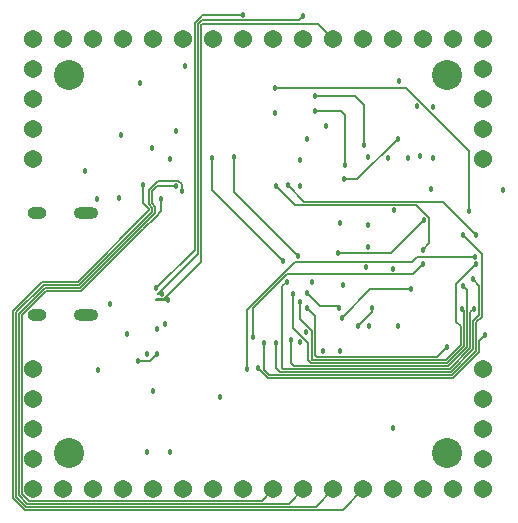
<source format=gbr>
%TF.GenerationSoftware,KiCad,Pcbnew,8.0.6-8.0.6-0~ubuntu24.04.1*%
%TF.CreationDate,2024-10-22T17:04:15-04:00*%
%TF.ProjectId,ta-expt-v2,74612d65-7870-4742-9d76-322e6b696361,rev?*%
%TF.SameCoordinates,Original*%
%TF.FileFunction,Copper,L4,Bot*%
%TF.FilePolarity,Positive*%
%FSLAX46Y46*%
G04 Gerber Fmt 4.6, Leading zero omitted, Abs format (unit mm)*
G04 Created by KiCad (PCBNEW 8.0.6-8.0.6-0~ubuntu24.04.1) date 2024-10-22 17:04:15*
%MOMM*%
%LPD*%
G01*
G04 APERTURE LIST*
%TA.AperFunction,ComponentPad*%
%ADD10O,2.100000X1.000000*%
%TD*%
%TA.AperFunction,ComponentPad*%
%ADD11O,1.600000X1.000000*%
%TD*%
%TA.AperFunction,ComponentPad*%
%ADD12C,1.540000*%
%TD*%
%TA.AperFunction,ComponentPad*%
%ADD13C,2.540000*%
%TD*%
%TA.AperFunction,ViaPad*%
%ADD14C,0.457200*%
%TD*%
%TA.AperFunction,Conductor*%
%ADD15C,0.127000*%
%TD*%
%TA.AperFunction,Conductor*%
%ADD16C,0.203200*%
%TD*%
G04 APERTURE END LIST*
D10*
%TO.P,J3,S1,SHIELD*%
%TO.N,unconnected-(J3-SHIELD-PadS1)*%
X140390000Y-103680000D03*
D11*
X136210000Y-103680000D03*
D10*
X140390000Y-112320000D03*
D11*
X136210000Y-112320000D03*
%TD*%
D12*
%TO.P,J7,1,Pin_1*%
%TO.N,VDD*%
X135950000Y-116890000D03*
%TO.P,J7,2,Pin_2*%
%TO.N,GND*%
X135950000Y-119430000D03*
%TO.P,J7,3,Pin_3*%
%TO.N,/SWDIO*%
X135950000Y-121970000D03*
%TO.P,J7,4,Pin_4*%
%TO.N,/SWCLK*%
X135950000Y-124510000D03*
%TD*%
%TO.P,J8,1,Pin_1*%
%TO.N,unconnected-(J8-Pin_1-Pad1)*%
X135950000Y-127050000D03*
%TO.P,J8,2,Pin_2*%
%TO.N,unconnected-(J8-Pin_2-Pad2)*%
X138490000Y-127050000D03*
%TO.P,J8,3,Pin_3*%
%TO.N,unconnected-(J8-Pin_3-Pad3)*%
X141030000Y-127050000D03*
%TO.P,J8,4,Pin_4*%
%TO.N,unconnected-(J8-Pin_4-Pad4)*%
X143570000Y-127050000D03*
%TO.P,J8,5,Pin_5*%
%TO.N,unconnected-(J8-Pin_5-Pad5)*%
X146110000Y-127050000D03*
%TO.P,J8,6,Pin_6*%
%TO.N,unconnected-(J8-Pin_6-Pad6)*%
X148650000Y-127050000D03*
%TO.P,J8,7,Pin_7*%
%TO.N,unconnected-(J8-Pin_7-Pad7)*%
X151190000Y-127050000D03*
%TO.P,J8,8,Pin_8*%
%TO.N,/BOOT0*%
X153730000Y-127050000D03*
%TO.P,J8,9,Pin_9*%
%TO.N,/LPUART_CTS*%
X156270000Y-127050000D03*
%TO.P,J8,10,Pin_10*%
%TO.N,/LPUART_TX*%
X158810000Y-127050000D03*
%TO.P,J8,11,Pin_11*%
%TO.N,/LPUART_RX*%
X161350000Y-127050000D03*
%TO.P,J8,12,Pin_12*%
%TO.N,/LPUART_RTS*%
X163890000Y-127050000D03*
%TO.P,J8,13,Pin_13*%
%TO.N,unconnected-(J8-Pin_13-Pad13)*%
X166430000Y-127050000D03*
%TO.P,J8,14,Pin_14*%
%TO.N,unconnected-(J8-Pin_14-Pad14)*%
X168970000Y-127050000D03*
%TO.P,J8,15,Pin_15*%
%TO.N,unconnected-(J8-Pin_15-Pad15)*%
X171510000Y-127050000D03*
%TO.P,J8,16,Pin_16*%
%TO.N,unconnected-(J8-Pin_16-Pad16)*%
X174050000Y-127050000D03*
%TD*%
%TO.P,J1,2,Pin_2*%
%TO.N,unconnected-(J1-Pin_2-Pad2)*%
X174050000Y-124510000D03*
%TO.P,J1,3,Pin_3*%
%TO.N,GND*%
X174050000Y-121970000D03*
%TO.P,J1,4,Pin_4*%
%TO.N,unconnected-(J1-Pin_4-Pad4)*%
X174050000Y-119430000D03*
%TO.P,J1,5,Pin_5*%
%TO.N,unconnected-(J1-Pin_5-Pad5)*%
X174050000Y-116890000D03*
%TD*%
%TO.P,J2,1,Pin_1*%
%TO.N,unconnected-(J2-Pin_1-Pad1)*%
X135950000Y-99110000D03*
%TO.P,J2,2,Pin_2*%
%TO.N,GND*%
X135950000Y-96570000D03*
%TO.P,J2,3,Pin_3*%
%TO.N,unconnected-(J2-Pin_3-Pad3)*%
X135950000Y-94030000D03*
%TO.P,J2,4,Pin_4*%
%TO.N,unconnected-(J2-Pin_4-Pad4)*%
X135950000Y-91490000D03*
%TD*%
D13*
%TO.P,J6,1,Pin_1*%
%TO.N,GND*%
X139000000Y-92000000D03*
%TO.P,J6,2,Pin_2*%
X171000000Y-92000000D03*
%TO.P,J6,3,Pin_3*%
X139000000Y-124000000D03*
%TO.P,J6,4,Pin_4*%
X171000000Y-124000000D03*
%TD*%
D12*
%TO.P,J4,2,Pin_2*%
%TO.N,unconnected-(J4-Pin_2-Pad2)*%
X174050000Y-99110000D03*
%TO.P,J4,3,Pin_3*%
%TO.N,unconnected-(J4-Pin_3-Pad3)*%
X174050000Y-96570000D03*
%TO.P,J4,4,Pin_4*%
%TO.N,unconnected-(J4-Pin_4-Pad4)*%
X174050000Y-94030000D03*
%TO.P,J4,5,Pin_5*%
%TO.N,unconnected-(J4-Pin_5-Pad5)*%
X174050000Y-91490000D03*
%TD*%
%TO.P,J9,1,Pin_1*%
%TO.N,unconnected-(J9-Pin_1-Pad1)*%
X135950000Y-88950000D03*
%TO.P,J9,2,Pin_2*%
%TO.N,unconnected-(J9-Pin_2-Pad2)*%
X138490000Y-88950000D03*
%TO.P,J9,3,Pin_3*%
%TO.N,GND*%
X141030000Y-88950000D03*
%TO.P,J9,4,Pin_4*%
%TO.N,unconnected-(J9-Pin_4-Pad4)*%
X143570000Y-88950000D03*
%TO.P,J9,5,Pin_5*%
%TO.N,unconnected-(J9-Pin_5-Pad5)*%
X146110000Y-88950000D03*
%TO.P,J9,6,Pin_6*%
%TO.N,unconnected-(J9-Pin_6-Pad6)*%
X148650000Y-88950000D03*
%TO.P,J9,7,Pin_7*%
%TO.N,/NRST*%
X151190000Y-88950000D03*
%TO.P,J9,8,Pin_8*%
%TO.N,/USART1_CK*%
X153730000Y-88950000D03*
%TO.P,J9,9,Pin_9*%
%TO.N,/USART1_CTS*%
X156270000Y-88950000D03*
%TO.P,J9,10,Pin_10*%
%TO.N,/USART1_TX*%
X158810000Y-88950000D03*
%TO.P,J9,11,Pin_11*%
%TO.N,/USART1_RX*%
X161350000Y-88950000D03*
%TO.P,J9,12,Pin_12*%
%TO.N,/USART1_RTS*%
X163890000Y-88950000D03*
%TO.P,J9,13,Pin_13*%
%TO.N,unconnected-(J9-Pin_13-Pad13)*%
X166430000Y-88950000D03*
%TO.P,J9,14,Pin_14*%
%TO.N,unconnected-(J9-Pin_14-Pad14)*%
X168970000Y-88950000D03*
%TO.P,J9,15,Pin_15*%
%TO.N,unconnected-(J9-Pin_15-Pad15)*%
X171510000Y-88950000D03*
%TO.P,J9,16,Pin_16*%
%TO.N,unconnected-(J9-Pin_16-Pad16)*%
X174050000Y-88950000D03*
%TD*%
D14*
%TO.N,GND*%
X143200000Y-102400000D03*
X169800000Y-98950000D03*
X146100000Y-118700000D03*
X164400000Y-113200000D03*
X175700000Y-101700000D03*
X166450000Y-103400000D03*
X165950000Y-98950000D03*
X142400000Y-111350000D03*
X166400000Y-121850000D03*
X167700000Y-98950000D03*
X140350000Y-100100000D03*
X164300000Y-98900000D03*
X147500000Y-99100000D03*
X166850000Y-113200000D03*
X143350000Y-97000000D03*
X158500000Y-114600000D03*
X161900000Y-104500000D03*
X159500000Y-109500000D03*
X148000000Y-96700000D03*
X161900000Y-115300000D03*
X158500000Y-101350000D03*
X166400000Y-108400000D03*
X146400000Y-113500000D03*
X164250000Y-106500000D03*
X160700000Y-96300000D03*
X151750000Y-119250000D03*
X147500000Y-123900000D03*
X144950000Y-92650000D03*
X145600000Y-123900000D03*
X169800000Y-94650000D03*
X143900000Y-113900000D03*
X164100000Y-108200000D03*
X159100000Y-97400000D03*
X148800000Y-91200000D03*
X141350000Y-102500000D03*
X164250000Y-104700000D03*
%TO.N,/VDD_FILT*%
X160500000Y-115300000D03*
X158500000Y-99150000D03*
X156400000Y-95200000D03*
X169600000Y-101650000D03*
X166900000Y-92500000D03*
X145950000Y-98100000D03*
X141450000Y-116900000D03*
X168400000Y-94600000D03*
X147050000Y-113000000D03*
X159000000Y-113750000D03*
X162150000Y-109750000D03*
X168650000Y-98850000D03*
X145600000Y-115600000D03*
%TO.N,Net-(IC3-PC15-OSC32_OUT)*%
X163400000Y-113200000D03*
X164600000Y-111650000D03*
%TO.N,/NRST*%
X158350000Y-107300000D03*
X152900000Y-98900000D03*
%TO.N,/LDO_OUT*%
X161850000Y-111700000D03*
X151050000Y-98950000D03*
X159150000Y-110400000D03*
X157075000Y-107725000D03*
%TO.N,/USART1_RX*%
X147350000Y-111000000D03*
%TO.N,/I2C3_SDA*%
X173350000Y-107400000D03*
X154000000Y-116850000D03*
%TO.N,/DCMI_VSYNC*%
X155500000Y-114650000D03*
X172350000Y-105500000D03*
%TO.N,/QUADSPI_BK2_IO2*%
X162330500Y-99569500D03*
X159800000Y-95050000D03*
%TO.N,/DCMI_D5*%
X155000000Y-116800000D03*
X174200000Y-114000000D03*
%TO.N,/LPUART_TX*%
X148000000Y-101350000D03*
%TO.N,/DCMI_D8*%
X158500000Y-111150000D03*
X173450000Y-108000000D03*
%TO.N,/LPUART_CTS*%
X146750000Y-102500000D03*
%TO.N,/USART1_TX*%
X146800000Y-110500000D03*
X158800000Y-87000000D03*
%TO.N,/DCMI_D7*%
X157750000Y-114400000D03*
X172300000Y-109800000D03*
%TO.N,/I2C3_SCL*%
X161750000Y-107000000D03*
X169000000Y-104250000D03*
%TO.N,/LPUART_RX*%
X148500000Y-101800000D03*
%TO.N,/Control*%
X172850000Y-103500000D03*
X167900000Y-110100000D03*
X162050000Y-112500000D03*
X156400000Y-93050000D03*
%TO.N,/SWCLK*%
X144800000Y-116150000D03*
X146400000Y-115600000D03*
%TO.N,/DCMI_D9*%
X154550000Y-114150000D03*
X168950000Y-108000000D03*
%TO.N,/USART1_CK*%
X146350000Y-110000000D03*
X153700000Y-86900000D03*
%TO.N,/DCMI_D4*%
X170950000Y-114950000D03*
X159100000Y-111650000D03*
%TO.N,/LPUART_RTS*%
X145250000Y-101300000D03*
%TO.N,/DCMI_PIXCLK*%
X168900000Y-106750000D03*
X156500000Y-101350000D03*
%TO.N,/DCMI_HSYNC*%
X157500000Y-101300000D03*
X173400000Y-105500000D03*
%TO.N,/DCMI_D2*%
X157400000Y-109450000D03*
X173250000Y-111750000D03*
%TO.N,/QUADSPI_BK2_IO1*%
X163950000Y-97850000D03*
X159800000Y-93750000D03*
%TO.N,/QUADSPI_BK1_NCS*%
X162250000Y-100800000D03*
X166800000Y-97350000D03*
%TO.N,/DCMI_D6*%
X156500000Y-114650000D03*
X173150000Y-109250000D03*
%TO.N,/DCMI_D3*%
X157900000Y-110500000D03*
X172200000Y-111750000D03*
%TD*%
D15*
%TO.N,Net-(IC3-PC15-OSC32_OUT)*%
X163400000Y-113200000D02*
X164600000Y-112000000D01*
X164600000Y-112000000D02*
X164600000Y-111650000D01*
%TO.N,/NRST*%
X152900000Y-98900000D02*
X152900000Y-101850000D01*
X152900000Y-101850000D02*
X158350000Y-107300000D01*
%TO.N,/LDO_OUT*%
X161650000Y-111500000D02*
X161800000Y-111650000D01*
X160250000Y-111500000D02*
X161650000Y-111500000D01*
X161800000Y-111650000D02*
X161850000Y-111700000D01*
X159150000Y-110400000D02*
X160250000Y-111500000D01*
X151050000Y-101700000D02*
X157075000Y-107725000D01*
X157075000Y-107725000D02*
X157100000Y-107750000D01*
X151050000Y-98950000D02*
X151050000Y-101700000D01*
%TO.N,/USART1_RX*%
X160009210Y-87609210D02*
X161350000Y-88950000D01*
X147350000Y-111000000D02*
X146367828Y-111000000D01*
X150118500Y-107804462D02*
X150118500Y-87749920D01*
X150259210Y-87609210D02*
X160009210Y-87609210D01*
X146982462Y-110940500D02*
X150118500Y-107804462D01*
X146308328Y-110940500D02*
X146982462Y-110940500D01*
X150118500Y-87749920D02*
X150259210Y-87609210D01*
X146367828Y-111000000D02*
X146308328Y-110940500D01*
%TO.N,/I2C3_SDA*%
X154000000Y-111867828D02*
X155383914Y-110483914D01*
X155383914Y-110483914D02*
X158108328Y-107759500D01*
X158108328Y-107759500D02*
X168040500Y-107759500D01*
X154000000Y-116850000D02*
X154000000Y-111867828D01*
X168040500Y-107759500D02*
X168400000Y-107400000D01*
X168400000Y-107400000D02*
X173350000Y-107400000D01*
%TO.N,/DCMI_VSYNC*%
X155905210Y-117346000D02*
X171394790Y-117346000D01*
X171394790Y-117346000D02*
X173446000Y-115294790D01*
X173446000Y-115294790D02*
X173446000Y-114550000D01*
X173944500Y-112414710D02*
X173944500Y-107094500D01*
X155500000Y-114650000D02*
X155500000Y-116940790D01*
X155500000Y-116940790D02*
X155905210Y-117346000D01*
X173446000Y-114550000D02*
X173446000Y-112913210D01*
X173944500Y-107094500D02*
X172350000Y-105500000D01*
X173446000Y-112913210D02*
X173944500Y-112414710D01*
%TO.N,/QUADSPI_BK2_IO2*%
X162330500Y-99569500D02*
X162330500Y-95380500D01*
X162000000Y-95050000D02*
X159800000Y-95050000D01*
X162330500Y-95380500D02*
X162000000Y-95050000D01*
%TO.N,/DCMI_D5*%
X171500000Y-117600000D02*
X173700000Y-115400000D01*
X155800000Y-117600000D02*
X171500000Y-117600000D01*
X155000000Y-116800000D02*
X155800000Y-117600000D01*
X173700000Y-114500000D02*
X174200000Y-114000000D01*
X173700000Y-115400000D02*
X173700000Y-114500000D01*
%TO.N,/LPUART_TX*%
X146250000Y-103104000D02*
X146250000Y-103640790D01*
X134735500Y-112158776D02*
X134735500Y-127553063D01*
X139920395Y-109970395D02*
X136923881Y-109970395D01*
X145959500Y-102813500D02*
X146250000Y-103104000D01*
X157595500Y-128264500D02*
X158810000Y-127050000D01*
X146427038Y-101350000D02*
X145959500Y-101817538D01*
X134735500Y-127553063D02*
X135446937Y-128264500D01*
X135446937Y-128264500D02*
X157595500Y-128264500D01*
X146250000Y-103640790D02*
X139920395Y-109970395D01*
X148000000Y-101350000D02*
X146427038Y-101350000D01*
X136923881Y-109970395D02*
X134735500Y-112158776D01*
X145959500Y-101817538D02*
X145959500Y-102813500D01*
%TO.N,/DCMI_D8*%
X172147975Y-113238235D02*
X171759500Y-112849760D01*
X172147975Y-114796765D02*
X172147975Y-113238235D01*
X159529605Y-116020395D02*
X159559210Y-116050000D01*
X159529605Y-113656643D02*
X159529605Y-116020395D01*
X159559210Y-116050000D02*
X170894740Y-116050000D01*
X171759500Y-112849760D02*
X171759500Y-109690500D01*
X170894740Y-116050000D02*
X172147975Y-114796765D01*
X158500000Y-111150000D02*
X158500000Y-112627038D01*
X158500000Y-112627038D02*
X159529605Y-113656643D01*
X171759500Y-109690500D02*
X173450000Y-108000000D01*
%TO.N,/LPUART_CTS*%
X139998500Y-110251500D02*
X137001986Y-110251500D01*
X134989500Y-117789500D02*
X135000000Y-117800000D01*
X134989500Y-117789500D02*
X134989500Y-127447853D01*
X155320000Y-128000000D02*
X156270000Y-127050000D01*
X145250000Y-105000000D02*
X139998500Y-110251500D01*
X135552147Y-128010500D02*
X154989500Y-128010500D01*
X154989500Y-128010500D02*
X155000000Y-128000000D01*
X134989500Y-127447853D02*
X135552147Y-128010500D01*
X134989500Y-112263986D02*
X134989500Y-117789500D01*
X146750000Y-102500000D02*
X146750000Y-103500000D01*
X137001986Y-110251500D02*
X134989500Y-112263986D01*
X146300000Y-103950000D02*
X145250000Y-105000000D01*
X155000000Y-128000000D02*
X155320000Y-128000000D01*
X146750000Y-103500000D02*
X146300000Y-103950000D01*
%TO.N,/USART1_TX*%
X150190500Y-87340500D02*
X150179605Y-87329605D01*
X157540500Y-87340500D02*
X150190500Y-87340500D01*
X149864500Y-107108462D02*
X146472962Y-110500000D01*
X149864500Y-87644710D02*
X149864500Y-107108462D01*
X158459500Y-87340500D02*
X158800000Y-87000000D01*
X146472962Y-110500000D02*
X146800000Y-110500000D01*
X150179605Y-87329605D02*
X149864500Y-87644710D01*
X157540500Y-87340500D02*
X158459500Y-87340500D01*
%TO.N,/DCMI_D7*%
X157750000Y-114400000D02*
X157750000Y-116350000D01*
X172684000Y-114750000D02*
X172684000Y-110184000D01*
X172684000Y-114979160D02*
X172684000Y-114750000D01*
X157750000Y-116350000D02*
X157984000Y-116584000D01*
X157984000Y-116584000D02*
X171079160Y-116584000D01*
X172300000Y-109800000D02*
X172350000Y-109850000D01*
X171079160Y-116584000D02*
X172684000Y-114979160D01*
X172684000Y-110184000D02*
X172300000Y-109800000D01*
%TO.N,/I2C3_SCL*%
X161750000Y-107000000D02*
X166250000Y-107000000D01*
X166250000Y-107000000D02*
X169000000Y-104250000D01*
%TO.N,/LPUART_RX*%
X145996000Y-103535580D02*
X139815185Y-109716395D01*
X146517828Y-100900000D02*
X145705500Y-101712328D01*
X139815185Y-109716395D02*
X136818671Y-109716395D01*
X145996000Y-103209210D02*
X145996000Y-103535580D01*
X148500000Y-101227038D02*
X148172962Y-100900000D01*
X159881500Y-128518500D02*
X161350000Y-127050000D01*
X135341727Y-128518500D02*
X159881500Y-128518500D01*
X134481500Y-112053566D02*
X134481500Y-127658273D01*
X148500000Y-101800000D02*
X148500000Y-101227038D01*
X145705500Y-102918710D02*
X145996000Y-103209210D01*
X134481500Y-127658273D02*
X135341727Y-128518500D01*
X136818671Y-109716395D02*
X134481500Y-112053566D01*
X145705500Y-101712328D02*
X145705500Y-102918710D01*
X148172962Y-100900000D02*
X146517828Y-100900000D01*
%TO.N,/Control*%
X156400000Y-93050000D02*
X167500000Y-93050000D01*
X172850000Y-98400000D02*
X172850000Y-103500000D01*
X167500000Y-93050000D02*
X172850000Y-98400000D01*
X167900000Y-110100000D02*
X164450000Y-110100000D01*
X164450000Y-110100000D02*
X162050000Y-112500000D01*
%TO.N,/SWCLK*%
X145850000Y-116150000D02*
X146400000Y-115600000D01*
X144800000Y-116150000D02*
X145850000Y-116150000D01*
%TO.N,/DCMI_D9*%
X168950000Y-108000000D02*
X168109500Y-108840500D01*
X168109500Y-108840500D02*
X157386538Y-108840500D01*
X157386538Y-108840500D02*
X154550000Y-111677038D01*
X154550000Y-111677038D02*
X154550000Y-114150000D01*
%TO.N,/USART1_CK*%
X149610500Y-87539500D02*
X150100000Y-87050000D01*
X149610500Y-106739500D02*
X149610500Y-88460500D01*
X150100000Y-87050000D02*
X150250000Y-86900000D01*
X149610500Y-88460500D02*
X149610500Y-87539500D01*
X146350000Y-110000000D02*
X149610500Y-106739500D01*
X150250000Y-86900000D02*
X153700000Y-86900000D01*
%TO.N,/DCMI_D4*%
X159946000Y-115796000D02*
X167704000Y-115796000D01*
X159100000Y-111650000D02*
X159800000Y-112350000D01*
X167704000Y-115796000D02*
X170104000Y-115796000D01*
X159800000Y-115650000D02*
X159946000Y-115796000D01*
X170104000Y-115796000D02*
X170950000Y-114950000D01*
X159800000Y-112350000D02*
X159800000Y-115650000D01*
%TO.N,/LPUART_RTS*%
X145742000Y-103314420D02*
X145250000Y-102822420D01*
X145250000Y-102822420D02*
X145250000Y-101300000D01*
X135236517Y-128772500D02*
X162167500Y-128772500D01*
X136714671Y-109461185D02*
X139711185Y-109461185D01*
X162167500Y-128772500D02*
X163890000Y-127050000D01*
X134227500Y-127763483D02*
X134227500Y-111948356D01*
X135132008Y-128667992D02*
X135236517Y-128772500D01*
X135132008Y-128667992D02*
X134227500Y-127763483D01*
X134227500Y-111948356D02*
X136714671Y-109461185D01*
X139711185Y-109461185D02*
X145742000Y-103430370D01*
X145742000Y-103430370D02*
X145742000Y-103314420D01*
X135132009Y-128667992D02*
X135132008Y-128667992D01*
%TO.N,/DCMI_PIXCLK*%
X168332462Y-102959500D02*
X169440500Y-104067538D01*
X169440500Y-104067538D02*
X169440500Y-106209500D01*
X169440500Y-106209500D02*
X168900000Y-106750000D01*
X156500000Y-101350000D02*
X158109500Y-102959500D01*
X158109500Y-102959500D02*
X168332462Y-102959500D01*
%TO.N,/DCMI_HSYNC*%
X157500000Y-101300000D02*
X158900000Y-102700000D01*
X166750000Y-102700000D02*
X170600000Y-102700000D01*
X158900000Y-102700000D02*
X166750000Y-102700000D01*
X170600000Y-102700000D02*
X173400000Y-105500000D01*
%TO.N,/DCMI_D2*%
X157055210Y-116838000D02*
X171184370Y-116838000D01*
X172938000Y-112062000D02*
X173250000Y-111750000D01*
X157000000Y-116782790D02*
X157055210Y-116838000D01*
X172938000Y-114700000D02*
X172938000Y-112062000D01*
X172938000Y-115084370D02*
X172938000Y-114700000D01*
X157000000Y-109850000D02*
X157000000Y-116782790D01*
X171184370Y-116838000D02*
X172938000Y-115084370D01*
X157400000Y-109450000D02*
X157000000Y-109850000D01*
%TO.N,/QUADSPI_BK2_IO1*%
X163200000Y-93750000D02*
X159800000Y-93750000D01*
X163950000Y-97850000D02*
X163950000Y-94500000D01*
X163950000Y-94500000D02*
X163200000Y-93750000D01*
D16*
%TO.N,/QUADSPI_BK1_NCS*%
X166800000Y-97423157D02*
X166800000Y-97350000D01*
X166800000Y-97350000D02*
X166800000Y-97300000D01*
X163350000Y-100800000D02*
X162250000Y-100800000D01*
X166800000Y-97350000D02*
X163350000Y-100800000D01*
D15*
%TO.N,/DCMI_D6*%
X156500000Y-116750000D02*
X156842000Y-117092000D01*
X173690500Y-109790500D02*
X173150000Y-109250000D01*
X173192000Y-112808000D02*
X173690500Y-112309500D01*
X156500000Y-114650000D02*
X156500000Y-116750000D01*
X156950000Y-117092000D02*
X171289580Y-117092000D01*
X156842000Y-117092000D02*
X156950000Y-117092000D01*
X171289580Y-117092000D02*
X173192000Y-115189580D01*
X173192000Y-114650000D02*
X173192000Y-112808000D01*
X173690500Y-112309500D02*
X173690500Y-109790500D01*
X173192000Y-115189580D02*
X173192000Y-114650000D01*
%TO.N,/DCMI_D3*%
X159200000Y-114677038D02*
X159200000Y-116050000D01*
X172430000Y-111980000D02*
X172200000Y-111750000D01*
X159200000Y-116050000D02*
X159480000Y-116330000D01*
X170973950Y-116330000D02*
X172401975Y-114901975D01*
X159480000Y-116330000D02*
X170973950Y-116330000D01*
X172430000Y-114873950D02*
X172430000Y-114750000D01*
X157900000Y-110500000D02*
X157900000Y-113377038D01*
X172430000Y-114750000D02*
X172430000Y-111980000D01*
X157900000Y-113377038D02*
X159200000Y-114677038D01*
X172401975Y-114901975D02*
X172430000Y-114873950D01*
%TD*%
M02*

</source>
